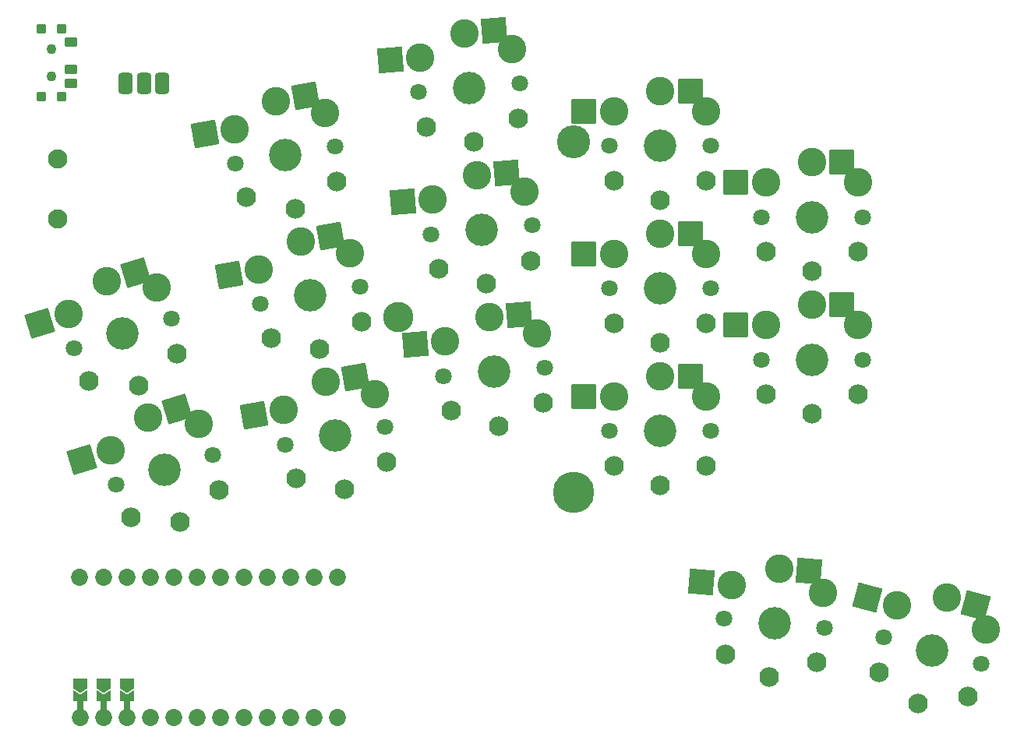
<source format=gbr>
%TF.GenerationSoftware,KiCad,Pcbnew,(6.0.4-0)*%
%TF.CreationDate,2022-06-15T11:08:27+02:00*%
%TF.ProjectId,battoota_min,62617474-6f6f-4746-915f-6d696e2e6b69,v1.0.0*%
%TF.SameCoordinates,Original*%
%TF.FileFunction,Soldermask,Top*%
%TF.FilePolarity,Negative*%
%FSLAX46Y46*%
G04 Gerber Fmt 4.6, Leading zero omitted, Abs format (unit mm)*
G04 Created by KiCad (PCBNEW (6.0.4-0)) date 2022-06-15 11:08:27*
%MOMM*%
%LPD*%
G01*
G04 APERTURE LIST*
G04 Aperture macros list*
%AMRoundRect*
0 Rectangle with rounded corners*
0 $1 Rounding radius*
0 $2 $3 $4 $5 $6 $7 $8 $9 X,Y pos of 4 corners*
0 Add a 4 corners polygon primitive as box body*
4,1,4,$2,$3,$4,$5,$6,$7,$8,$9,$2,$3,0*
0 Add four circle primitives for the rounded corners*
1,1,$1+$1,$2,$3*
1,1,$1+$1,$4,$5*
1,1,$1+$1,$6,$7*
1,1,$1+$1,$8,$9*
0 Add four rect primitives between the rounded corners*
20,1,$1+$1,$2,$3,$4,$5,0*
20,1,$1+$1,$4,$5,$6,$7,0*
20,1,$1+$1,$6,$7,$8,$9,0*
20,1,$1+$1,$8,$9,$2,$3,0*%
%AMFreePoly0*
4,1,16,0.685355,0.785355,0.700000,0.750000,0.691603,0.722265,0.210093,0.000000,0.691603,-0.722265,0.699029,-0.759806,0.677735,-0.791603,0.650000,-0.800000,-0.500000,-0.800000,-0.535355,-0.785355,-0.550000,-0.750000,-0.550000,0.750000,-0.535355,0.785355,-0.500000,0.800000,0.650000,0.800000,0.685355,0.785355,0.685355,0.785355,$1*%
%AMFreePoly1*
4,1,16,0.535355,0.785355,0.550000,0.750000,0.550000,-0.750000,0.535355,-0.785355,0.500000,-0.800000,-0.500000,-0.800000,-0.535355,-0.785355,-0.541603,-0.777735,-1.041603,-0.027735,-1.049029,0.009806,-1.041603,0.027735,-0.541603,0.777735,-0.509806,0.799029,-0.500000,0.800000,0.500000,0.800000,0.535355,0.785355,0.535355,0.785355,$1*%
G04 Aperture macros list end*
%ADD10RoundRect,0.425000X-0.375000X-0.750000X0.375000X-0.750000X0.375000X0.750000X-0.375000X0.750000X0*%
%ADD11C,1.100000*%
%ADD12RoundRect,0.050000X0.450000X-0.450000X0.450000X0.450000X-0.450000X0.450000X-0.450000X-0.450000X0*%
%ADD13RoundRect,0.050000X0.625000X-0.450000X0.625000X0.450000X-0.625000X0.450000X-0.625000X-0.450000X0*%
%ADD14C,2.100000*%
%ADD15C,3.600000*%
%ADD16C,4.500000*%
%ADD17C,3.300000*%
%ADD18C,1.801800*%
%ADD19C,3.100000*%
%ADD20C,3.529000*%
%ADD21RoundRect,0.050000X-1.592168X-0.919239X0.919239X-1.592168X1.592168X0.919239X-0.919239X1.592168X0*%
%ADD22C,2.132000*%
%ADD23RoundRect,0.050000X-1.054507X-1.505993X1.505993X-1.054507X1.054507X1.505993X-1.505993X1.054507X0*%
%ADD24RoundRect,0.050000X-1.408356X-1.181751X1.181751X-1.408356X1.408356X1.181751X-1.181751X1.408356X0*%
%ADD25RoundRect,0.050000X-0.863113X-1.623279X1.623279X-0.863113X0.863113X1.623279X-1.623279X0.863113X0*%
%ADD26RoundRect,0.050000X-1.181751X-1.408356X1.408356X-1.181751X1.181751X1.408356X-1.408356X1.181751X0*%
%ADD27RoundRect,0.050000X-1.300000X-1.300000X1.300000X-1.300000X1.300000X1.300000X-1.300000X1.300000X0*%
%ADD28C,1.852600*%
%ADD29FreePoly0,90.000000*%
%ADD30RoundRect,0.050000X-0.250000X-0.762000X0.250000X-0.762000X0.250000X0.762000X-0.250000X0.762000X0*%
%ADD31FreePoly1,90.000000*%
G04 APERTURE END LIST*
D10*
%TO.C,PAD1*%
X203035346Y-66324116D03*
X205035346Y-66324116D03*
X207035346Y-66324116D03*
%TD*%
D11*
%TO.C,T2*%
X195021762Y-65565501D03*
X195021762Y-62565501D03*
%TD*%
D12*
%TO.C,T1*%
X196121762Y-60365501D03*
X193921762Y-67765501D03*
X193921762Y-60365501D03*
X196121762Y-67765501D03*
D13*
X197096762Y-61815501D03*
X197096762Y-64815501D03*
X197096762Y-66315501D03*
%TD*%
D14*
%TO.C,B1*%
X195707000Y-74549000D03*
X195707000Y-81049000D03*
%TD*%
D15*
%TO.C,*%
X251714000Y-72644000D03*
D16*
X251714000Y-110744000D03*
D17*
X232664000Y-91694000D03*
%TD*%
D18*
%TO.C,S15*%
X285392330Y-126545665D03*
D19*
X292244895Y-122221911D03*
X286845864Y-123052854D03*
X296505122Y-125641044D03*
D18*
X296017514Y-129392675D03*
D20*
X290704922Y-127969170D03*
D21*
X295408301Y-123069544D03*
D22*
X284891780Y-130345593D03*
X294551039Y-132933783D03*
D21*
X283682456Y-122205220D03*
D22*
X289177890Y-133668132D03*
%TD*%
D19*
%TO.C,S3*%
X220245653Y-101795343D03*
D20*
X225820872Y-104620130D03*
D19*
X224787665Y-98760524D03*
D18*
X231237315Y-103665065D03*
X220404429Y-105575195D03*
D19*
X230093730Y-100058861D03*
D23*
X228012910Y-98191827D03*
D22*
X231404774Y-107494159D03*
X221556696Y-109230640D03*
D23*
X217020406Y-102364040D03*
D22*
X226845396Y-110430496D03*
%TD*%
D19*
%TO.C,S14*%
X274049552Y-119062706D03*
D20*
X273530975Y-124990064D03*
D18*
X279010046Y-125469421D03*
D19*
X268876835Y-120818556D03*
X278838782Y-121690114D03*
D18*
X268051904Y-124510707D03*
D22*
X278180757Y-129211383D03*
D24*
X277312088Y-119348142D03*
D22*
X268218810Y-128339825D03*
D24*
X265614297Y-120533120D03*
D22*
X273016756Y-130867613D03*
%TD*%
D20*
%TO.C,S1*%
X207276192Y-108339872D03*
D19*
X210961322Y-103291872D03*
X201398275Y-106215589D03*
D18*
X212535868Y-106731828D03*
X202016516Y-109947916D03*
D19*
X205536580Y-102649859D03*
D25*
X208668478Y-101692343D03*
D22*
X203605681Y-113435689D03*
X213168728Y-110511972D03*
D25*
X198266375Y-107173105D03*
D22*
X209001185Y-113982070D03*
%TD*%
D20*
%TO.C,S6*%
X243074061Y-97674062D03*
D18*
X237594990Y-98153419D03*
D19*
X237766254Y-94374112D03*
X242555484Y-91746704D03*
X247728201Y-93502554D03*
D18*
X248553132Y-97194705D03*
D22*
X248386226Y-101023823D03*
D26*
X245818021Y-91461270D03*
D22*
X238424279Y-101895381D03*
X243588280Y-103551611D03*
D26*
X234503715Y-94659546D03*
%TD*%
D18*
%TO.C,S5*%
X225854222Y-73136025D03*
D19*
X214862560Y-71266303D03*
X224710637Y-69529821D03*
D20*
X220437779Y-74091090D03*
D19*
X219404572Y-68231484D03*
D18*
X215021336Y-75046155D03*
D23*
X222629817Y-67662787D03*
D22*
X226021681Y-76965119D03*
X216173603Y-78701600D03*
X221462303Y-79901456D03*
D23*
X211637313Y-71835000D03*
%TD*%
D18*
%TO.C,S13*%
X283112000Y-80832000D03*
X272112000Y-80832000D03*
D19*
X277612000Y-74882000D03*
D20*
X277612000Y-80832000D03*
D19*
X272612000Y-77082001D03*
X282612000Y-77082001D03*
D22*
X282612000Y-84632000D03*
X272612000Y-84632000D03*
D27*
X280886999Y-74882001D03*
X269336999Y-77082000D03*
D22*
X277612000Y-86732000D03*
%TD*%
D19*
%TO.C,S11*%
X261112000Y-67132000D03*
D18*
X266612000Y-73082000D03*
D19*
X266112000Y-69332001D03*
D20*
X261112000Y-73082000D03*
D18*
X255612000Y-73082000D03*
D19*
X256112000Y-69332001D03*
D22*
X256112000Y-76882000D03*
D27*
X264386999Y-67132001D03*
D22*
X266112000Y-76882000D03*
X261112000Y-78982000D03*
D27*
X252836999Y-69332000D03*
%TD*%
D18*
%TO.C,S12*%
X283112000Y-96332000D03*
D20*
X277612000Y-96332000D03*
D18*
X272112000Y-96332000D03*
D19*
X277612000Y-90382000D03*
X282612000Y-92582001D03*
X272612000Y-92582001D03*
D22*
X282612000Y-100132000D03*
D27*
X280886999Y-90382001D03*
D22*
X272612000Y-100132000D03*
D27*
X269336999Y-92582000D03*
D22*
X277612000Y-102232000D03*
%TD*%
D19*
%TO.C,S8*%
X239853655Y-60864668D03*
D20*
X240372232Y-66792026D03*
D18*
X234893161Y-67271383D03*
X245851303Y-66312669D03*
D19*
X245026372Y-62620518D03*
X235064425Y-63492076D03*
D22*
X245684397Y-70141787D03*
X235722450Y-71013345D03*
D26*
X243116192Y-60579234D03*
X231801886Y-63777510D03*
D22*
X240886451Y-72669575D03*
%TD*%
D20*
%TO.C,S9*%
X261112000Y-104082000D03*
D19*
X266112000Y-100332001D03*
X261112000Y-98132000D03*
D18*
X266612000Y-104082000D03*
D19*
X256112000Y-100332001D03*
D18*
X255612000Y-104082000D03*
D27*
X264386999Y-98132001D03*
D22*
X266112000Y-107882000D03*
X256112000Y-107882000D03*
D27*
X252836999Y-100332000D03*
D22*
X261112000Y-109982000D03*
%TD*%
D19*
%TO.C,S10*%
X266112000Y-84832001D03*
D20*
X261112000Y-88582000D03*
D19*
X256112000Y-84832001D03*
D18*
X266612000Y-88582000D03*
D19*
X261112000Y-82632000D03*
D18*
X255612000Y-88582000D03*
D27*
X264386999Y-82632001D03*
D22*
X266112000Y-92382000D03*
X256112000Y-92382000D03*
D27*
X252836999Y-84832000D03*
D22*
X261112000Y-94482000D03*
%TD*%
D19*
%TO.C,S2*%
X196866514Y-91392865D03*
D18*
X197484755Y-95125192D03*
D19*
X206429561Y-88469148D03*
X201004819Y-87827135D03*
D18*
X208004107Y-91909104D03*
D20*
X202744431Y-93517148D03*
D22*
X208636967Y-95689248D03*
D25*
X204136717Y-86869619D03*
D22*
X199073920Y-98612965D03*
X204469424Y-99159346D03*
D25*
X193734614Y-92350381D03*
%TD*%
D18*
%TO.C,S4*%
X228545768Y-88400545D03*
X217712882Y-90310675D03*
D20*
X223129325Y-89355610D03*
D19*
X227402183Y-84794341D03*
X222096118Y-83496004D03*
X217554106Y-86530823D03*
D23*
X225321363Y-82927307D03*
D22*
X228713227Y-92229639D03*
X218865149Y-93966120D03*
D23*
X214328859Y-87099520D03*
D22*
X224153849Y-95165976D03*
%TD*%
D18*
%TO.C,S7*%
X247202218Y-81753687D03*
D19*
X241204570Y-76305686D03*
X236415340Y-78933094D03*
D20*
X241723147Y-82233044D03*
D19*
X246377287Y-78061536D03*
D18*
X236244076Y-82712401D03*
D22*
X247035312Y-85582805D03*
D26*
X244467107Y-76020252D03*
D22*
X237073365Y-86454363D03*
D26*
X233152801Y-79218528D03*
D22*
X242237366Y-88110593D03*
%TD*%
D28*
%TO.C,MCU1*%
X203200000Y-120015000D03*
D29*
X198120000Y-132921477D03*
D28*
X198036254Y-120015000D03*
X200660000Y-120015000D03*
X203200000Y-135255000D03*
X200660000Y-135255000D03*
D30*
X200660000Y-133871477D03*
X203200000Y-133871477D03*
D29*
X203200000Y-132921477D03*
D30*
X198120000Y-133871477D03*
D28*
X198120000Y-135255000D03*
D29*
X200660000Y-132921477D03*
D31*
X198120000Y-131471477D03*
X200660000Y-131471477D03*
X203200000Y-131471477D03*
D28*
X205740000Y-120015000D03*
X208280000Y-120015000D03*
X210820000Y-120015000D03*
X213360000Y-120015000D03*
X215900000Y-120015000D03*
X218440000Y-120015000D03*
X220980000Y-120015000D03*
X223520000Y-120015000D03*
X226060000Y-120015000D03*
X205740000Y-135255000D03*
X208280000Y-135255000D03*
X210820000Y-135255000D03*
X213360000Y-135255000D03*
X215900000Y-135255000D03*
X218440000Y-135255000D03*
X220980000Y-135255000D03*
X223520000Y-135255000D03*
X226060000Y-135255000D03*
%TD*%
M02*

</source>
